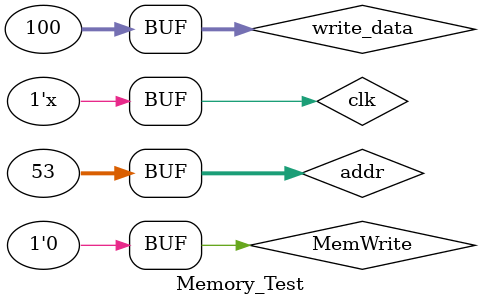
<source format=v>
`timescale 1ns / 1ps


module Memory_Test;

	// Inputs
	reg [31:0] addr;
	reg [31:0] write_data;
	reg MemWrite;
	reg clk;

	// Outputs
	wire [31:0] read_data;

	// Instantiate the Unit Under Test (UUT)
	Memory uut (
		.addr(addr), 
		.write_data(write_data), 
		.MemWrite(MemWrite), 
		.clk(clk), 
		.read_data(read_data)
	);

	initial begin
		// Initialize Inputs
		addr = 0;
		write_data = 0;
		MemWrite = 0;
		clk = 0;

		// Wait 100 ns for global reset to finish
		#100;
		addr = 50;
		#100;
		addr = 51;
		write_data = 100;
		MemWrite = 1;
		
		#100 ;
		MemWrite= 0;
		write_data = 100;
		addr = 53;
        
		// Add stimulus here

	end
	
	always begin
	#50;
	clk = ~clk;
	end
    	
      
endmodule


</source>
